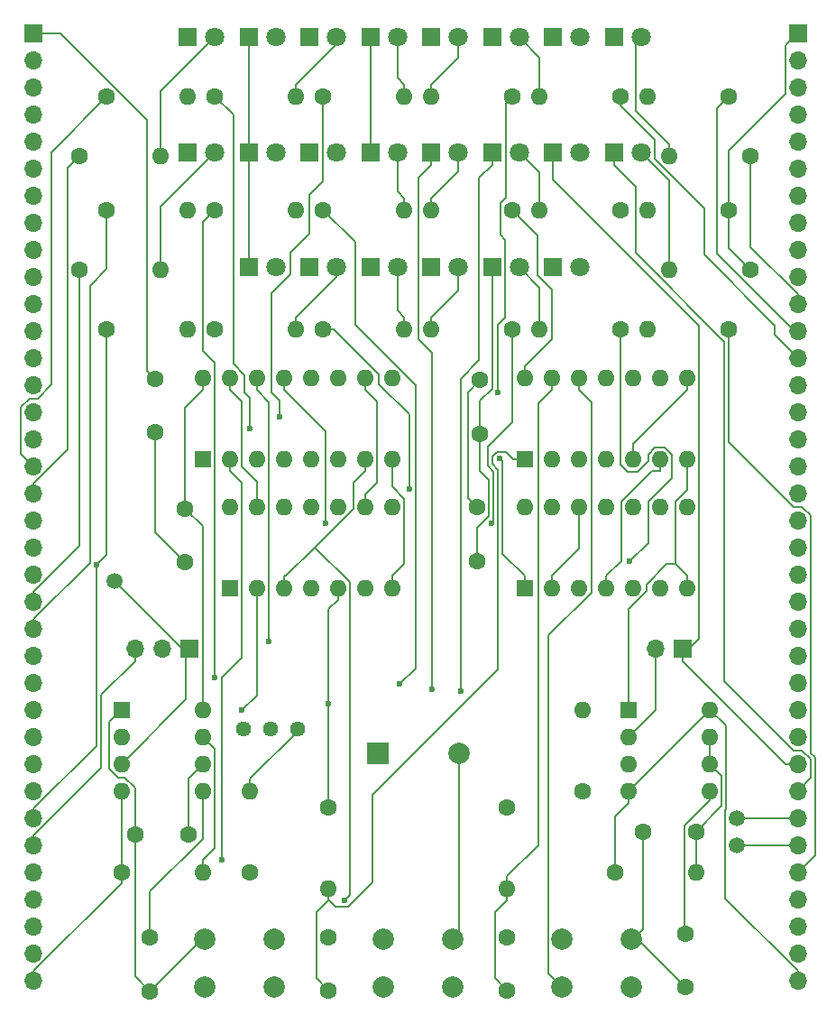
<source format=gtl>
G04 #@! TF.GenerationSoftware,KiCad,Pcbnew,8.0.9-8.0.9-0~ubuntu22.04.1*
G04 #@! TF.CreationDate,2025-07-24T19:11:28+10:00*
G04 #@! TF.ProjectId,UE1-TTL-Clock,5545312d-5454-44c2-9d43-6c6f636b2e6b,rev?*
G04 #@! TF.SameCoordinates,Original*
G04 #@! TF.FileFunction,Copper,L1,Top*
G04 #@! TF.FilePolarity,Positive*
%FSLAX46Y46*%
G04 Gerber Fmt 4.6, Leading zero omitted, Abs format (unit mm)*
G04 Created by KiCad (PCBNEW 8.0.9-8.0.9-0~ubuntu22.04.1) date 2025-07-24 19:11:28*
%MOMM*%
%LPD*%
G01*
G04 APERTURE LIST*
G04 #@! TA.AperFunction,ComponentPad*
%ADD10R,1.600000X1.600000*%
G04 #@! TD*
G04 #@! TA.AperFunction,ComponentPad*
%ADD11O,1.600000X1.600000*%
G04 #@! TD*
G04 #@! TA.AperFunction,ComponentPad*
%ADD12C,1.600000*%
G04 #@! TD*
G04 #@! TA.AperFunction,ComponentPad*
%ADD13R,1.800000X1.800000*%
G04 #@! TD*
G04 #@! TA.AperFunction,ComponentPad*
%ADD14C,1.800000*%
G04 #@! TD*
G04 #@! TA.AperFunction,ComponentPad*
%ADD15C,2.000000*%
G04 #@! TD*
G04 #@! TA.AperFunction,ComponentPad*
%ADD16R,2.000000X2.000000*%
G04 #@! TD*
G04 #@! TA.AperFunction,SMDPad,CuDef*
%ADD17C,1.500000*%
G04 #@! TD*
G04 #@! TA.AperFunction,ComponentPad*
%ADD18R,1.700000X1.700000*%
G04 #@! TD*
G04 #@! TA.AperFunction,ComponentPad*
%ADD19O,1.700000X1.700000*%
G04 #@! TD*
G04 #@! TA.AperFunction,ComponentPad*
%ADD20C,1.440000*%
G04 #@! TD*
G04 #@! TA.AperFunction,ViaPad*
%ADD21C,0.600000*%
G04 #@! TD*
G04 #@! TA.AperFunction,Conductor*
%ADD22C,0.200000*%
G04 #@! TD*
G04 APERTURE END LIST*
D10*
X108585000Y-105410000D03*
D11*
X111125000Y-105410000D03*
X113665000Y-105410000D03*
X116205000Y-105410000D03*
X118745000Y-105410000D03*
X121285000Y-105410000D03*
X123825000Y-105410000D03*
X123825000Y-97790000D03*
X121285000Y-97790000D03*
X118745000Y-97790000D03*
X116205000Y-97790000D03*
X113665000Y-97790000D03*
X111125000Y-97790000D03*
X108585000Y-97790000D03*
D10*
X106045000Y-93345000D03*
D11*
X108585000Y-93345000D03*
X111125000Y-93345000D03*
X113665000Y-93345000D03*
X116205000Y-93345000D03*
X118745000Y-93345000D03*
X121285000Y-93345000D03*
X123825000Y-93345000D03*
X123825000Y-85725000D03*
X121285000Y-85725000D03*
X118745000Y-85725000D03*
X116205000Y-85725000D03*
X113665000Y-85725000D03*
X111125000Y-85725000D03*
X108585000Y-85725000D03*
X106045000Y-85725000D03*
D10*
X136271000Y-105410000D03*
D11*
X138811000Y-105410000D03*
X141351000Y-105410000D03*
X143891000Y-105410000D03*
X146431000Y-105410000D03*
X148971000Y-105410000D03*
X151511000Y-105410000D03*
X151511000Y-97790000D03*
X148971000Y-97790000D03*
X146431000Y-97790000D03*
X143891000Y-97790000D03*
X141351000Y-97790000D03*
X138811000Y-97790000D03*
X136271000Y-97790000D03*
D12*
X131826000Y-97870000D03*
X131826000Y-102870000D03*
X104394000Y-97997000D03*
X104394000Y-102997000D03*
D13*
X116078000Y-75311000D03*
D14*
X118618000Y-75311000D03*
D12*
X134620000Y-143176000D03*
X134620000Y-138176000D03*
D15*
X106276000Y-138375000D03*
X112776000Y-138375000D03*
X106276000Y-142875000D03*
X112776000Y-142875000D03*
X139804000Y-138375000D03*
X146304000Y-138375000D03*
X139804000Y-142875000D03*
X146304000Y-142875000D03*
D16*
X122490000Y-120904000D03*
D15*
X130090000Y-120904000D03*
D12*
X107188000Y-59309000D03*
D11*
X114808000Y-59309000D03*
D12*
X110490000Y-132080000D03*
D11*
X110490000Y-124460000D03*
D17*
X156210000Y-127000000D03*
D18*
X90170000Y-53340000D03*
D19*
X90170000Y-55880000D03*
X90170000Y-58420000D03*
X90170000Y-60960000D03*
X90170000Y-63500000D03*
X90170000Y-66040000D03*
X90170000Y-68580000D03*
X90170000Y-71120000D03*
X90170000Y-73660000D03*
X90170000Y-76200000D03*
X90170000Y-78740000D03*
X90170000Y-81280000D03*
X90170000Y-83820000D03*
X90170000Y-86360000D03*
X90170000Y-88900000D03*
X90170000Y-91440000D03*
X90170000Y-93980000D03*
X90170000Y-96520000D03*
X90170000Y-99060000D03*
X90170000Y-101600000D03*
X90170000Y-104140000D03*
X90170000Y-106680000D03*
X90170000Y-109220000D03*
X90170000Y-111760000D03*
X90170000Y-114300000D03*
X90170000Y-116840000D03*
X90170000Y-119380000D03*
X90170000Y-121920000D03*
X90170000Y-124460000D03*
X90170000Y-127000000D03*
X90170000Y-129540000D03*
X90170000Y-132080000D03*
X90170000Y-134620000D03*
X90170000Y-137160000D03*
X90170000Y-139700000D03*
X90170000Y-142240000D03*
D12*
X145288000Y-81153000D03*
D11*
X137668000Y-81153000D03*
D10*
X98425000Y-116850000D03*
D11*
X98425000Y-119390000D03*
X98425000Y-121930000D03*
X98425000Y-124470000D03*
X106045000Y-124470000D03*
X106045000Y-121930000D03*
X106045000Y-119390000D03*
X106045000Y-116850000D03*
D12*
X151384000Y-137875000D03*
X151384000Y-142875000D03*
X155448000Y-59309000D03*
D11*
X147828000Y-59309000D03*
D12*
X135128000Y-69977000D03*
D11*
X127508000Y-69977000D03*
D12*
X155448000Y-69977000D03*
D11*
X147828000Y-69977000D03*
D13*
X116078000Y-64516000D03*
D14*
X118618000Y-64516000D03*
D12*
X155448000Y-81153000D03*
D11*
X147828000Y-81153000D03*
D18*
X104775000Y-111125000D03*
D19*
X102235000Y-111125000D03*
X99695000Y-111125000D03*
D13*
X138938000Y-75311000D03*
D14*
X141478000Y-75311000D03*
D12*
X117348000Y-69977000D03*
D11*
X124968000Y-69977000D03*
D13*
X121793000Y-75311000D03*
D14*
X124333000Y-75311000D03*
D12*
X117348000Y-81153000D03*
D11*
X124968000Y-81153000D03*
D10*
X146050000Y-116840000D03*
D11*
X146050000Y-119380000D03*
X146050000Y-121920000D03*
X146050000Y-124460000D03*
X153670000Y-124460000D03*
X153670000Y-121920000D03*
X153670000Y-119380000D03*
X153670000Y-116840000D03*
D13*
X138938000Y-64516000D03*
D14*
X141478000Y-64516000D03*
D13*
X110363000Y-64516000D03*
D14*
X112903000Y-64516000D03*
D12*
X145288000Y-59309000D03*
D11*
X137668000Y-59309000D03*
D12*
X144780000Y-132080000D03*
D11*
X152400000Y-132080000D03*
D13*
X121793000Y-64516000D03*
D14*
X124333000Y-64516000D03*
D12*
X117856000Y-143176000D03*
X117856000Y-138176000D03*
X97028000Y-81153000D03*
D11*
X104648000Y-81153000D03*
D12*
X94488000Y-64897000D03*
D11*
X102108000Y-64897000D03*
D13*
X110363000Y-53721000D03*
D14*
X112903000Y-53721000D03*
D13*
X133223000Y-64516000D03*
D14*
X135763000Y-64516000D03*
D13*
X127508000Y-75311000D03*
D14*
X130048000Y-75311000D03*
D12*
X107188000Y-81153000D03*
D11*
X114808000Y-81153000D03*
D12*
X104695000Y-128524000D03*
X99695000Y-128524000D03*
D17*
X97790000Y-104775000D03*
D13*
X144653000Y-64516000D03*
D14*
X147193000Y-64516000D03*
D13*
X133223000Y-53721000D03*
D14*
X135763000Y-53721000D03*
D13*
X127508000Y-64516000D03*
D14*
X130048000Y-64516000D03*
D13*
X104648000Y-53721000D03*
D14*
X107188000Y-53721000D03*
D12*
X97028000Y-59309000D03*
D11*
X104648000Y-59309000D03*
D13*
X121793000Y-53721000D03*
D14*
X124333000Y-53721000D03*
D13*
X104648000Y-64516000D03*
D14*
X107188000Y-64516000D03*
D12*
X134620000Y-125984000D03*
D11*
X134620000Y-133604000D03*
D13*
X138938000Y-53721000D03*
D14*
X141478000Y-53721000D03*
D12*
X101092000Y-138256000D03*
X101092000Y-143256000D03*
D13*
X116078000Y-53721000D03*
D14*
X118618000Y-53721000D03*
D10*
X136271000Y-93345000D03*
D11*
X138811000Y-93345000D03*
X141351000Y-93345000D03*
X143891000Y-93345000D03*
X146431000Y-93345000D03*
X148971000Y-93345000D03*
X151511000Y-93345000D03*
X151511000Y-85725000D03*
X148971000Y-85725000D03*
X146431000Y-85725000D03*
X143891000Y-85725000D03*
X141351000Y-85725000D03*
X138811000Y-85725000D03*
X136271000Y-85725000D03*
D12*
X94488000Y-75565000D03*
D11*
X102108000Y-75565000D03*
D12*
X145288000Y-69977000D03*
D11*
X137668000Y-69977000D03*
D13*
X144653000Y-53721000D03*
D14*
X147193000Y-53721000D03*
D12*
X157480000Y-64897000D03*
D11*
X149860000Y-64897000D03*
D15*
X123040000Y-138375000D03*
X129540000Y-138375000D03*
X123040000Y-142875000D03*
X129540000Y-142875000D03*
D12*
X157480000Y-75565000D03*
D11*
X149860000Y-75565000D03*
D13*
X110363000Y-75311000D03*
D14*
X112903000Y-75311000D03*
D18*
X161925000Y-53340000D03*
D19*
X161925000Y-55880000D03*
X161925000Y-58420000D03*
X161925000Y-60960000D03*
X161925000Y-63500000D03*
X161925000Y-66040000D03*
X161925000Y-68580000D03*
X161925000Y-71120000D03*
X161925000Y-73660000D03*
X161925000Y-76200000D03*
X161925000Y-78740000D03*
X161925000Y-81280000D03*
X161925000Y-83820000D03*
X161925000Y-86360000D03*
X161925000Y-88900000D03*
X161925000Y-91440000D03*
X161925000Y-93980000D03*
X161925000Y-96520000D03*
X161925000Y-99060000D03*
X161925000Y-101600000D03*
X161925000Y-104140000D03*
X161925000Y-106680000D03*
X161925000Y-109220000D03*
X161925000Y-111760000D03*
X161925000Y-114300000D03*
X161925000Y-116840000D03*
X161925000Y-119380000D03*
X161925000Y-121920000D03*
X161925000Y-124460000D03*
X161925000Y-127000000D03*
X161925000Y-129540000D03*
X161925000Y-132080000D03*
X161925000Y-134620000D03*
X161925000Y-137160000D03*
X161925000Y-139700000D03*
X161925000Y-142240000D03*
D12*
X135128000Y-59309000D03*
D11*
X127508000Y-59309000D03*
D12*
X117856000Y-125984000D03*
D11*
X117856000Y-133604000D03*
D12*
X141732000Y-124460000D03*
D11*
X141732000Y-116840000D03*
D12*
X97028000Y-69977000D03*
D11*
X104648000Y-69977000D03*
D12*
X152400000Y-128270000D03*
X147400000Y-128270000D03*
D17*
X156210000Y-129540000D03*
D13*
X127508000Y-53721000D03*
D14*
X130048000Y-53721000D03*
D13*
X133223000Y-75311000D03*
D14*
X135763000Y-75311000D03*
D12*
X117348000Y-59309000D03*
D11*
X124968000Y-59309000D03*
D12*
X101600000Y-85805000D03*
X101600000Y-90805000D03*
X132080000Y-85932000D03*
X132080000Y-90932000D03*
D20*
X114920000Y-118670000D03*
X112380000Y-118670000D03*
X109840000Y-118670000D03*
D12*
X107188000Y-69977000D03*
D11*
X114808000Y-69977000D03*
D18*
X151130000Y-111125000D03*
D19*
X148590000Y-111125000D03*
D12*
X135128000Y-81153000D03*
D11*
X127508000Y-81153000D03*
D12*
X98425000Y-132080000D03*
D11*
X106045000Y-132080000D03*
D21*
X133913000Y-93293000D03*
X112269900Y-110482900D03*
X96053500Y-103262000D03*
X117595100Y-99340600D03*
X146137500Y-102930100D03*
X133146600Y-99320800D03*
X107885200Y-130978300D03*
X107207700Y-113845700D03*
X125445000Y-96169500D03*
X133743100Y-87048400D03*
X113283000Y-89378200D03*
X110510000Y-90489700D03*
X127583500Y-114913200D03*
X109751800Y-116884900D03*
X130311100Y-115122800D03*
X124566300Y-114462800D03*
X119403600Y-134706900D03*
X117856000Y-116299200D03*
D22*
X163127600Y-120907300D02*
X163527800Y-121307500D01*
X106045000Y-119390000D02*
X107146700Y-120491700D01*
X107146700Y-120491700D02*
X107146700Y-129876600D01*
X107146700Y-129876600D02*
X106045000Y-130978300D01*
X106045000Y-130978300D02*
X106045000Y-132080000D01*
X106045000Y-121930000D02*
X104695000Y-123280000D01*
X104695000Y-123280000D02*
X104695000Y-128524000D01*
X98425000Y-121930000D02*
X104457500Y-115897500D01*
X104457500Y-115897500D02*
X104457500Y-111442500D01*
X98425000Y-116850000D02*
X97302000Y-117973000D01*
X97302000Y-117973000D02*
X97302000Y-122409800D01*
X99695000Y-124175900D02*
X99695000Y-128524000D01*
X97302000Y-122409800D02*
X98092200Y-123200000D01*
X98719100Y-123200000D02*
X99695000Y-124175900D01*
X98092200Y-123200000D02*
X98719100Y-123200000D01*
X146050000Y-119380000D02*
X148590000Y-116840000D01*
X148590000Y-116840000D02*
X148590000Y-111125000D01*
X153670000Y-124460000D02*
X153670000Y-125333400D01*
X153670000Y-125333400D02*
X151279700Y-127723700D01*
X151279700Y-127723700D02*
X151279700Y-137770700D01*
X151279700Y-137770700D02*
X151384000Y-137875000D01*
X153670000Y-121920000D02*
X154781000Y-123031000D01*
X154781000Y-123031000D02*
X154781000Y-125889000D01*
X154781000Y-125889000D02*
X152400000Y-128270000D01*
X153670000Y-116840000D02*
X155184600Y-118354600D01*
X155184600Y-118354600D02*
X155184600Y-126162400D01*
X155132900Y-126214100D02*
X155132900Y-134584100D01*
X155184600Y-126162400D02*
X155132900Y-126214100D01*
X155132900Y-134584100D02*
X161925000Y-141376200D01*
X161925000Y-141376200D02*
X161925000Y-142240000D01*
X153670000Y-116840000D02*
X146050000Y-124460000D01*
X88991000Y-91937200D02*
X89001800Y-91948000D01*
X90170000Y-93980000D02*
X89001800Y-92811800D01*
X89001800Y-92811800D02*
X89001800Y-91948000D01*
X90170000Y-96520000D02*
X90170000Y-95636800D01*
X90170000Y-95636800D02*
X93352700Y-92454100D01*
X93352700Y-92454100D02*
X93352700Y-66032300D01*
X93352700Y-66032300D02*
X94488000Y-64897000D01*
X90170000Y-106680000D02*
X90170000Y-105796800D01*
X90170000Y-105796800D02*
X94488000Y-101478800D01*
X94488000Y-101478800D02*
X94488000Y-75565000D01*
X90170000Y-109220000D02*
X90170000Y-108356200D01*
X95451800Y-77073000D02*
X97028000Y-75496800D01*
X90170000Y-108356200D02*
X95451800Y-103074400D01*
X95451800Y-103074400D02*
X95451800Y-77073000D01*
X97028000Y-75496800D02*
X97028000Y-69977000D01*
X90170000Y-127000000D02*
X90170000Y-126136200D01*
X90170000Y-126136200D02*
X96053500Y-120252700D01*
X96053500Y-120252700D02*
X96053500Y-103262000D01*
X90170000Y-129540000D02*
X90170000Y-128676200D01*
X90170000Y-128676200D02*
X96536300Y-122309900D01*
X96536300Y-122309900D02*
X96536300Y-115435400D01*
X96536300Y-115435400D02*
X99695000Y-112276700D01*
X99695000Y-112276700D02*
X99695000Y-111125000D01*
X90170000Y-142240000D02*
X90170000Y-141376200D01*
X90170000Y-141376200D02*
X98425000Y-133121200D01*
X98425000Y-133121200D02*
X98425000Y-132600600D01*
X161925000Y-132080000D02*
X163527800Y-130477200D01*
X163527800Y-130477200D02*
X163527800Y-121307500D01*
X155449500Y-91697400D02*
X155449500Y-81154500D01*
X163127600Y-98609000D02*
X162308600Y-97790000D01*
X163127600Y-120907300D02*
X163127600Y-98609000D01*
X162308600Y-97790000D02*
X161542100Y-97790000D01*
X161542100Y-97790000D02*
X155449500Y-91697400D01*
X155449500Y-81154500D02*
X155448000Y-81153000D01*
X161925000Y-124460000D02*
X163126100Y-123258900D01*
X162302300Y-120650000D02*
X161542500Y-120650000D01*
X163126100Y-123258900D02*
X163126100Y-121473800D01*
X161542500Y-120650000D02*
X155047800Y-114155300D01*
X163126100Y-121473800D02*
X162302300Y-120650000D01*
X155047800Y-114155300D02*
X155047800Y-82310900D01*
X155047800Y-82310900D02*
X146699600Y-73962700D01*
X146699600Y-73962700D02*
X146699600Y-67764300D01*
X146699600Y-67764300D02*
X144653000Y-65717700D01*
X144653000Y-65717700D02*
X144653000Y-64516000D01*
X153137900Y-74149700D02*
X159763100Y-80774900D01*
X161925000Y-83820000D02*
X159763100Y-81658100D01*
X159763100Y-81658100D02*
X159763100Y-80774900D01*
X161925000Y-78740000D02*
X161925000Y-77876300D01*
X161925000Y-77876300D02*
X157480000Y-73431300D01*
X157480000Y-73431300D02*
X157480000Y-64897000D01*
X161925000Y-53340000D02*
X160773300Y-54491700D01*
X160773300Y-54491700D02*
X160773300Y-59043500D01*
X160773300Y-59043500D02*
X155448000Y-64368800D01*
X155448000Y-64368800D02*
X155448000Y-69977000D01*
X111125000Y-95480600D02*
X111125000Y-97790000D01*
X109686700Y-94042300D02*
X111125000Y-95480600D01*
X109686700Y-87928400D02*
X109686700Y-94042300D01*
X108585000Y-86826700D02*
X109686700Y-87928400D01*
X108585000Y-85725000D02*
X108585000Y-86826700D01*
X161925000Y-127000000D02*
X156210000Y-127000000D01*
X156210000Y-129540000D02*
X161925000Y-129540000D01*
X122423200Y-95550100D02*
X121285000Y-96688300D01*
X122423200Y-87964900D02*
X122423200Y-95550100D01*
X121285000Y-86826700D02*
X122423200Y-87964900D01*
X121285000Y-85725000D02*
X121285000Y-86826700D01*
X121285000Y-97790000D02*
X121285000Y-96688300D01*
X133470500Y-142026500D02*
X134620000Y-143176000D01*
X133470500Y-135855200D02*
X133470500Y-142026500D01*
X134620000Y-134705700D02*
X133470500Y-135855200D01*
X134620000Y-134154800D02*
X134620000Y-134705700D01*
X134620000Y-134154800D02*
X134620000Y-133604000D01*
X137574400Y-88063300D02*
X138811000Y-86826700D01*
X137574400Y-129547900D02*
X137574400Y-88063300D01*
X134620000Y-132502300D02*
X137574400Y-129547900D01*
X134620000Y-133604000D02*
X134620000Y-132502300D01*
X138811000Y-85725000D02*
X138811000Y-86826700D01*
X116706500Y-142026500D02*
X117856000Y-143176000D01*
X116706500Y-135855200D02*
X116706500Y-142026500D01*
X117856000Y-134705700D02*
X116706500Y-135855200D01*
X117856000Y-133604000D02*
X117856000Y-134683900D01*
X117856000Y-134683900D02*
X117856000Y-134705700D01*
X136271000Y-93345000D02*
X135169300Y-93345000D01*
X134497100Y-92672800D02*
X135169300Y-93345000D01*
X133659600Y-92672800D02*
X134497100Y-92672800D01*
X133231500Y-93100900D02*
X133659600Y-92672800D01*
X133231500Y-93804600D02*
X133231500Y-93100900D01*
X133761300Y-94334400D02*
X133231500Y-93804600D01*
X133761300Y-113077900D02*
X133761300Y-94334400D01*
X121985600Y-124853600D02*
X133761300Y-113077900D01*
X121985600Y-133040600D02*
X121985600Y-124853600D01*
X119691000Y-135335200D02*
X121985600Y-133040600D01*
X118507300Y-135335200D02*
X119691000Y-135335200D01*
X117856000Y-134683900D02*
X118507300Y-135335200D01*
X114920000Y-118928300D02*
X110490000Y-123358300D01*
X114920000Y-118670000D02*
X114920000Y-118928300D01*
X110490000Y-124460000D02*
X110490000Y-123358300D01*
X118618000Y-76241300D02*
X118618000Y-75311000D01*
X114808000Y-80051300D02*
X118618000Y-76241300D01*
X114808000Y-81153000D02*
X114808000Y-80051300D01*
X137668000Y-77216000D02*
X135763000Y-75311000D01*
X137668000Y-81153000D02*
X137668000Y-77216000D01*
X130048000Y-77511300D02*
X130048000Y-75311000D01*
X127508000Y-80051300D02*
X130048000Y-77511300D01*
X127508000Y-81153000D02*
X127508000Y-80051300D01*
X124333000Y-79416300D02*
X124333000Y-75311000D01*
X124968000Y-80051300D02*
X124333000Y-79416300D01*
X124968000Y-81153000D02*
X124968000Y-80051300D01*
X146711700Y-54202300D02*
X147193000Y-53721000D01*
X146711700Y-60647000D02*
X146711700Y-54202300D01*
X149860000Y-63795300D02*
X146711700Y-60647000D01*
X149860000Y-64897000D02*
X149860000Y-63795300D01*
X149860000Y-67183000D02*
X149860000Y-75565000D01*
X147193000Y-64516000D02*
X149860000Y-67183000D01*
X137668000Y-55626000D02*
X135763000Y-53721000D01*
X137668000Y-59309000D02*
X137668000Y-55626000D01*
X137668000Y-66421000D02*
X135763000Y-64516000D01*
X137668000Y-69977000D02*
X137668000Y-66421000D01*
X130048000Y-55667300D02*
X130048000Y-53721000D01*
X127508000Y-58207300D02*
X130048000Y-55667300D01*
X127508000Y-59309000D02*
X127508000Y-58207300D01*
X130048000Y-66335300D02*
X130048000Y-64516000D01*
X127508000Y-68875300D02*
X130048000Y-66335300D01*
X127508000Y-69977000D02*
X127508000Y-68875300D01*
X124333000Y-57572300D02*
X124333000Y-53721000D01*
X124968000Y-58207300D02*
X124333000Y-57572300D01*
X124968000Y-59309000D02*
X124968000Y-58207300D01*
X118618000Y-54397300D02*
X118618000Y-53721000D01*
X114808000Y-58207300D02*
X118618000Y-54397300D01*
X114808000Y-59309000D02*
X114808000Y-58207300D01*
X148971000Y-93345000D02*
X148971000Y-94446700D01*
X145329300Y-102870000D02*
X143891000Y-104308300D01*
X145329300Y-97333600D02*
X145329300Y-102870000D01*
X148216200Y-94446700D02*
X145329300Y-97333600D01*
X148971000Y-94446700D02*
X148216200Y-94446700D01*
X143891000Y-105410000D02*
X143891000Y-104308300D01*
X151511000Y-85725000D02*
X151511000Y-86826700D01*
X146431000Y-91906700D02*
X146431000Y-93345000D01*
X151511000Y-86826700D02*
X146431000Y-91906700D01*
X136271000Y-105410000D02*
X136271000Y-104308300D01*
X134163000Y-93543000D02*
X133913000Y-93293000D01*
X134163000Y-102200300D02*
X134163000Y-93543000D01*
X136271000Y-104308300D02*
X134163000Y-102200300D01*
X102108000Y-58801000D02*
X102108000Y-64897000D01*
X107188000Y-53721000D02*
X102108000Y-58801000D01*
X124333000Y-68240300D02*
X124333000Y-64516000D01*
X124968000Y-68875300D02*
X124333000Y-68240300D01*
X124968000Y-69977000D02*
X124968000Y-68875300D01*
X112269900Y-87971600D02*
X112269900Y-110482900D01*
X111125000Y-86826700D02*
X112269900Y-87971600D01*
X111125000Y-85725000D02*
X111125000Y-86826700D01*
X153670000Y-121920000D02*
X153670000Y-119380000D01*
X152400000Y-132080000D02*
X152400000Y-128270000D01*
X97028000Y-102287500D02*
X97028000Y-81153000D01*
X96053500Y-103262000D02*
X97028000Y-102287500D01*
X117595100Y-90756800D02*
X117595100Y-99340600D01*
X113665000Y-86826700D02*
X117595100Y-90756800D01*
X113665000Y-85725000D02*
X113665000Y-86826700D01*
X104457500Y-111442500D02*
X97790000Y-104775000D01*
X104775000Y-111125000D02*
X104457500Y-111442500D01*
X102108000Y-69596000D02*
X102108000Y-75565000D01*
X107188000Y-64516000D02*
X102108000Y-69596000D01*
X106045000Y-128981000D02*
X106045000Y-124470000D01*
X101092000Y-133934000D02*
X106045000Y-128981000D01*
X101092000Y-138256000D02*
X101092000Y-133934000D01*
X154316800Y-60440200D02*
X155448000Y-59309000D01*
X154316800Y-74008600D02*
X154316800Y-60440200D01*
X161588200Y-81280000D02*
X154316800Y-74008600D01*
X161925000Y-81280000D02*
X161588200Y-81280000D01*
X147869300Y-101198300D02*
X146137500Y-102930100D01*
X147869300Y-97333600D02*
X147869300Y-101198300D01*
X150072700Y-95130200D02*
X147869300Y-97333600D01*
X150072700Y-92888600D02*
X150072700Y-95130200D01*
X149427400Y-92243300D02*
X150072700Y-92888600D01*
X148514600Y-92243300D02*
X149427400Y-92243300D01*
X147869300Y-92888600D02*
X148514600Y-92243300D01*
X147869300Y-93482800D02*
X147869300Y-92888600D01*
X146861000Y-94491100D02*
X147869300Y-93482800D01*
X145953500Y-94491100D02*
X146861000Y-94491100D01*
X145288000Y-93825600D02*
X145953500Y-94491100D01*
X145288000Y-81153000D02*
X145288000Y-93825600D01*
X135128000Y-89845500D02*
X135128000Y-81153000D01*
X132829800Y-92143700D02*
X135128000Y-89845500D01*
X132829800Y-93970900D02*
X132829800Y-92143700D01*
X133359600Y-94500700D02*
X132829800Y-93970900D01*
X133359600Y-99107800D02*
X133359600Y-94500700D01*
X133146600Y-99320800D02*
X133359600Y-99107800D01*
X108585000Y-93345000D02*
X108585000Y-94446700D01*
X107885200Y-113812800D02*
X107885200Y-130978300D01*
X109689400Y-112008600D02*
X107885200Y-113812800D01*
X109689400Y-95551100D02*
X109689400Y-112008600D01*
X108585000Y-94446700D02*
X109689400Y-95551100D01*
X106076700Y-71088300D02*
X107188000Y-69977000D01*
X106076700Y-83164200D02*
X106076700Y-71088300D01*
X107207700Y-84295200D02*
X106076700Y-83164200D01*
X107207700Y-113845700D02*
X107207700Y-84295200D01*
X125445000Y-89144900D02*
X125445000Y-96169500D01*
X122604900Y-86304800D02*
X125445000Y-89144900D01*
X122604900Y-85399600D02*
X122604900Y-86304800D01*
X118358300Y-81153000D02*
X122604900Y-85399600D01*
X117348000Y-81153000D02*
X118358300Y-81153000D01*
X134492900Y-59944100D02*
X135128000Y-59309000D01*
X134492900Y-68807100D02*
X134492900Y-59944100D01*
X133977200Y-69322800D02*
X134492900Y-68807100D01*
X133977200Y-72280400D02*
X133977200Y-69322800D01*
X134426300Y-72729500D02*
X133977200Y-72280400D01*
X134426300Y-80049700D02*
X134426300Y-72729500D01*
X133743100Y-80732900D02*
X134426300Y-80049700D01*
X133743100Y-87048400D02*
X133743100Y-80732900D01*
X153137900Y-69812900D02*
X153137900Y-74149700D01*
X148515100Y-65190100D02*
X153137900Y-69812900D01*
X148515100Y-63378300D02*
X148515100Y-65190100D01*
X145288000Y-60151200D02*
X148515100Y-63378300D01*
X145288000Y-59309000D02*
X145288000Y-60151200D01*
X117348000Y-67226700D02*
X117348000Y-59309000D01*
X116078000Y-68496700D02*
X117348000Y-67226700D01*
X116078000Y-72160600D02*
X116078000Y-68496700D01*
X114317200Y-73921400D02*
X116078000Y-72160600D01*
X114317200Y-75991200D02*
X114317200Y-73921400D01*
X112527900Y-77780500D02*
X114317200Y-75991200D01*
X112527900Y-87104000D02*
X112527900Y-77780500D01*
X113283000Y-87859100D02*
X112527900Y-87104000D01*
X113283000Y-89378200D02*
X113283000Y-87859100D01*
X108917100Y-61038100D02*
X107188000Y-59309000D01*
X108917100Y-84379100D02*
X108917100Y-61038100D01*
X109996600Y-85458600D02*
X108917100Y-84379100D01*
X109996600Y-87112700D02*
X109996600Y-85458600D01*
X110510000Y-87626100D02*
X109996600Y-87112700D01*
X110510000Y-90489700D02*
X110510000Y-87626100D01*
X127583500Y-83380200D02*
X127583500Y-114913200D01*
X126292600Y-82089300D02*
X127583500Y-83380200D01*
X126292600Y-66933100D02*
X126292600Y-82089300D01*
X127508000Y-65717700D02*
X126292600Y-66933100D01*
X127508000Y-64516000D02*
X127508000Y-65717700D01*
X88991000Y-88420100D02*
X88991000Y-91937200D01*
X89781100Y-87630000D02*
X88991000Y-88420100D01*
X90550600Y-87630000D02*
X89781100Y-87630000D01*
X91821500Y-86359100D02*
X90550600Y-87630000D01*
X91821500Y-64515500D02*
X91821500Y-86359100D01*
X97028000Y-59309000D02*
X91821500Y-64515500D01*
X151130000Y-112276700D02*
X160773300Y-121920000D01*
X161925000Y-121920000D02*
X160773300Y-121920000D01*
X151130000Y-111125000D02*
X151130000Y-111700800D01*
X151130000Y-111700800D02*
X151130000Y-112276700D01*
X138938000Y-67125100D02*
X138938000Y-64516000D01*
X152631800Y-80818900D02*
X138938000Y-67125100D01*
X152631800Y-110199000D02*
X152631800Y-80818900D01*
X151130000Y-111700800D02*
X152631800Y-110199000D01*
X111125000Y-115511700D02*
X109751800Y-116884900D01*
X111125000Y-105410000D02*
X111125000Y-115511700D01*
X132021300Y-66919400D02*
X133223000Y-65717700D01*
X130311100Y-85768900D02*
X132021300Y-84058700D01*
X130311100Y-115122800D02*
X130311100Y-85768900D01*
X133223000Y-64516000D02*
X133223000Y-65717700D01*
X126056300Y-112972800D02*
X124566300Y-114462800D01*
X126056300Y-86398200D02*
X126056300Y-112972800D01*
X120347100Y-80689000D02*
X126056300Y-86398200D01*
X120347100Y-72976100D02*
X120347100Y-80689000D01*
X117348000Y-69977000D02*
X120347100Y-72976100D01*
X121285000Y-93345000D02*
X121285000Y-94446700D01*
X113665000Y-105410000D02*
X113665000Y-104308300D01*
X120183300Y-98018300D02*
X116589400Y-101612200D01*
X120183300Y-95548400D02*
X120183300Y-98018300D01*
X121285000Y-94446700D02*
X120183300Y-95548400D01*
X113893300Y-104308300D02*
X113665000Y-104308300D01*
X116589400Y-101612200D02*
X113893300Y-104308300D01*
X119846700Y-134263800D02*
X119403600Y-134706900D01*
X119846700Y-104869500D02*
X119846700Y-134263800D01*
X116589400Y-101612200D02*
X119846700Y-104869500D01*
X138495200Y-141566200D02*
X139804000Y-142875000D01*
X138495200Y-109887200D02*
X138495200Y-141566200D01*
X142521000Y-105861400D02*
X138495200Y-109887200D01*
X142521000Y-87996700D02*
X142521000Y-105861400D01*
X141351000Y-86826700D02*
X142521000Y-87996700D01*
X141351000Y-85725000D02*
X141351000Y-86826700D01*
X144780000Y-126831700D02*
X146050000Y-125561700D01*
X144780000Y-132080000D02*
X144780000Y-126831700D01*
X146050000Y-124460000D02*
X146050000Y-125561700D01*
X104394000Y-88477700D02*
X104394000Y-97997000D01*
X106045000Y-86826700D02*
X104394000Y-88477700D01*
X106045000Y-85725000D02*
X106045000Y-86826700D01*
X98425000Y-132600600D02*
X98425000Y-132080000D01*
X98425000Y-132600600D02*
X98425000Y-124470000D01*
X106045000Y-99648000D02*
X104394000Y-97997000D01*
X106045000Y-116850000D02*
X106045000Y-99648000D01*
X100838000Y-85043000D02*
X101600000Y-85805000D01*
X100838000Y-61495000D02*
X100838000Y-85043000D01*
X92683000Y-53340000D02*
X100838000Y-61495000D01*
X90170000Y-53340000D02*
X92683000Y-53340000D01*
X155448000Y-73533000D02*
X155448000Y-69977000D01*
X157480000Y-75565000D02*
X155448000Y-73533000D01*
X118745000Y-105410000D02*
X118745000Y-106511700D01*
X117856000Y-107400700D02*
X118745000Y-106511700D01*
X117856000Y-116299200D02*
X117856000Y-107400700D01*
X117856000Y-125984000D02*
X117856000Y-116299200D01*
X138814600Y-82079700D02*
X136271000Y-84623300D01*
X138814600Y-77457800D02*
X138814600Y-82079700D01*
X137457000Y-76100200D02*
X138814600Y-77457800D01*
X137457000Y-72306000D02*
X137457000Y-76100200D01*
X135128000Y-69977000D02*
X137457000Y-72306000D01*
X136271000Y-85725000D02*
X136271000Y-84623300D01*
X130948400Y-87063600D02*
X132080000Y-85932000D01*
X130948400Y-96992400D02*
X130948400Y-87063600D01*
X131826000Y-97870000D02*
X130948400Y-96992400D01*
X110363000Y-75311000D02*
X110363000Y-64516000D01*
X151511000Y-105410000D02*
X151511000Y-104308300D01*
X151511000Y-93345000D02*
X151511000Y-94446700D01*
X99695000Y-141859000D02*
X101092000Y-143256000D01*
X99695000Y-128524000D02*
X99695000Y-141859000D01*
X110363000Y-53721000D02*
X110363000Y-64516000D01*
X121793000Y-64516000D02*
X121793000Y-53721000D01*
X101600000Y-100203000D02*
X104394000Y-102997000D01*
X101600000Y-90805000D02*
X101600000Y-100203000D01*
X123825000Y-93345000D02*
X123825000Y-94446700D01*
X123825000Y-105410000D02*
X123825000Y-104308300D01*
X146050000Y-116840000D02*
X146050000Y-115738300D01*
X138811000Y-105410000D02*
X138811000Y-104308300D01*
X151511000Y-104308300D02*
X150399700Y-103197000D01*
X105973000Y-138375000D02*
X106276000Y-138375000D01*
X101092000Y-143256000D02*
X105973000Y-138375000D01*
X124978500Y-103154800D02*
X123825000Y-104308300D01*
X124978500Y-97057200D02*
X124978500Y-103154800D01*
X123825000Y-95903700D02*
X124978500Y-97057200D01*
X123825000Y-94446700D02*
X123825000Y-95903700D01*
X130090000Y-137825000D02*
X129540000Y-138375000D01*
X130090000Y-120904000D02*
X130090000Y-137825000D01*
X133223000Y-86698600D02*
X133223000Y-75311000D01*
X132080000Y-87841600D02*
X133223000Y-86698600D01*
X132080000Y-90932000D02*
X132080000Y-87841600D01*
X146050000Y-107395500D02*
X146050000Y-115738300D01*
X147701000Y-105744500D02*
X146050000Y-107395500D01*
X147701000Y-105112000D02*
X147701000Y-105744500D01*
X149616000Y-103197000D02*
X147701000Y-105112000D01*
X150399700Y-103197000D02*
X149616000Y-103197000D01*
X141351000Y-101768300D02*
X138811000Y-104308300D01*
X141351000Y-97790000D02*
X141351000Y-101768300D01*
X147400000Y-137479000D02*
X146694000Y-138185000D01*
X147400000Y-128270000D02*
X147400000Y-137479000D01*
X146494000Y-138185000D02*
X146304000Y-138375000D01*
X146694000Y-138185000D02*
X146494000Y-138185000D01*
X151384000Y-142875000D02*
X146694000Y-138185000D01*
X150399700Y-97343200D02*
X150399700Y-103197000D01*
X151510900Y-96232000D02*
X150399700Y-97343200D01*
X151511000Y-96232000D02*
X151510900Y-96232000D01*
X151511000Y-94446700D02*
X151511000Y-96232000D01*
X131826000Y-99759000D02*
X131826000Y-102870000D01*
X132933600Y-98651400D02*
X131826000Y-99759000D01*
X132933600Y-95299200D02*
X132933600Y-98651400D01*
X132080000Y-94445600D02*
X132933600Y-95299200D01*
X132080000Y-90932000D02*
X132080000Y-94445600D01*
X132021300Y-84058700D02*
X132021300Y-66919400D01*
M02*

</source>
